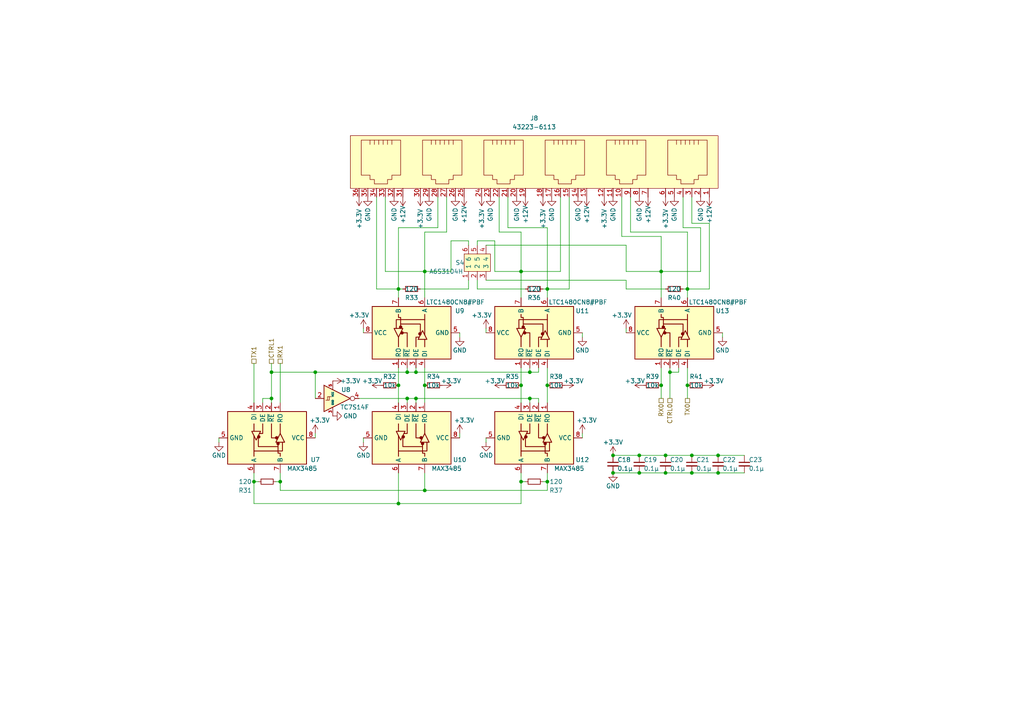
<source format=kicad_sch>
(kicad_sch (version 20211123) (generator eeschema)
  (paper "A4")
  (lib_symbols
    (symbol "74xGxx:SN74LVC1G14DBV"
      (property "Reference" "U" (at -2.54 5.08 0))
      (property "Value" "SN74LVC1G14DBV" (at 10.16 5.08 0))
      (symbol "SN74LVC1G14DBV_0_1"
        (polyline (pts (xy -1.016 0.508) (xy -0.508 0.508)))
        (polyline (pts (xy -2.54 3.81) (xy -2.54 -3.81) (xy 5.08 0) (xy -2.54 3.81)) (stroke (width 0.254)) (fill (type background)))
        (polyline (pts (xy -1.524 -0.508) (xy -1.524 0.508) (xy -1.016 0.508) (xy -1.016 -0.508) (xy -2.032 -0.508)))
        (circle (center 5.715 0) (radius 0.635))
      )
      (symbol "SN74LVC1G14DBV_1_1"
        (pin no_connect line (at 5.08 0 180) (length 2.54) hide (name "NC") (number "1"))
        (pin input line (at -5.08 0 0) (length 2.54) (name "~") (number "2"))
        (pin power_in line (at 0 -5.08 90) (length 2.54) (name "GND") (number "3"))
        (pin output line (at 7.62 0 180) (length 1.27) (name "~") (number "4"))
        (pin power_in line (at 0 5.08 270) (length 2.54) (name "VCC") (number "5"))
      )
    )
    (symbol "A6S-3104-H:A6S3104H" (pin_names (offset 0.762))
      (property "Reference" "S" (at 15.24 7.62 0))
      (property "Value" "A6S3104H" (at 15.24 5.08 0))
      (symbol "A6S3104H_0_0"
        (pin passive line (at 0 0 0) (length 2.54) (name "1") (number "1"))
        (pin passive line (at 0 -2.54 0) (length 2.54) (name "2") (number "2"))
        (pin passive line (at 0 -5.08 0) (length 2.54) (name "3") (number "3"))
        (pin passive line (at 10.16 -5.08 180) (length 2.54) (name "4") (number "4"))
        (pin passive line (at 10.16 -2.54 180) (length 2.54) (name "5") (number "5"))
        (pin passive line (at 10.16 0 180) (length 2.54) (name "6") (number "6"))
      )
      (symbol "A6S3104H_0_1"
        (rectangle (start 2.54 1.27) (end 7.62 -6.35) (stroke (width 0.1524)) (fill (type background)))
      )
    )
    (symbol "Device:C_Small" (pin_numbers hide) (pin_names (offset 0.254) hide)
      (property "Reference" "C" (at 0.254 1.778 0))
      (property "Value" "C_Small" (at 0.254 -2.032 0))
      (symbol "C_Small_0_1"
        (polyline (pts (xy -1.524 -0.508) (xy 1.524 -0.508)) (stroke (width 0.3302)))
        (polyline (pts (xy -1.524 0.508) (xy 1.524 0.508)) (stroke (width 0.3048)))
      )
      (symbol "C_Small_1_1"
        (pin passive line (at 0 2.54 270) (length 2.032) (name "~") (number "1"))
        (pin passive line (at 0 -2.54 90) (length 2.032) (name "~") (number "2"))
      )
    )
    (symbol "Device:R_Small" (pin_numbers hide) (pin_names (offset 0.254) hide)
      (property "Reference" "R" (at 0.762 0.508 0))
      (property "Value" "R_Small" (at 0.762 -1.016 0))
      (symbol "R_Small_0_1"
        (rectangle (start -0.762 1.778) (end 0.762 -1.778) (stroke (width 0.2032)))
      )
      (symbol "R_Small_1_1"
        (pin passive line (at 0 2.54 270) (length 0.762) (name "~") (number "1"))
        (pin passive line (at 0 -2.54 90) (length 0.762) (name "~") (number "2"))
      )
    )
    (symbol "Interface_UART:MAX3485"
      (property "Reference" "U" (at -6.096 11.43 0))
      (property "Value" "MAX3485" (at 0.762 11.43 0))
      (symbol "MAX3485_0_1"
        (rectangle (start -7.62 10.16) (end 7.62 -12.7) (stroke (width 0.254)) (fill (type background)))
        (circle (center -0.3048 -3.683) (radius 0.3556) (stroke (width 0.254)) (fill (type outline)))
        (circle (center -0.0254 1.4986) (radius 0.3556) (stroke (width 0.254)) (fill (type outline)))
        (polyline (pts (xy -4.064 -5.08) (xy -1.905 -5.08)) (stroke (width 0.254)))
        (polyline (pts (xy -4.064 2.54) (xy -1.27 2.54)) (stroke (width 0.254)))
        (polyline (pts (xy -1.27 -3.2004) (xy -1.27 -3.4544)) (stroke (width 0.254)))
        (polyline (pts (xy -0.635 -5.08) (xy 5.334 -5.08)) (stroke (width 0.254)))
        (polyline (pts (xy -4.064 -2.54) (xy -1.27 -2.54) (xy -1.27 -3.175)) (stroke (width 0.254)))
        (polyline (pts (xy 0 1.27) (xy 0 0) (xy -4.064 0)) (stroke (width 0.254)))
        (polyline (pts (xy 1.27 3.175) (xy 3.81 3.175) (xy 3.81 -5.08)) (stroke (width 0.254)))
        (polyline (pts (xy 2.54 1.905) (xy 2.54 -3.81) (xy 0 -3.81)) (stroke (width 0.254)))
        (polyline (pts (xy -1.905 -3.175) (xy -1.905 -5.715) (xy 0.635 -4.445) (xy -1.905 -3.175)) (stroke (width 0.254)))
        (polyline (pts (xy -1.27 2.54) (xy 1.27 3.81) (xy 1.27 1.27) (xy -1.27 2.54)) (stroke (width 0.254)))
        (polyline (pts (xy 1.905 1.905) (xy 4.445 1.905) (xy 4.445 2.54) (xy 5.334 2.54)) (stroke (width 0.254)))
        (rectangle (start 1.27 3.175) (end 1.27 3.175))
        (circle (center 1.651 1.905) (radius 0.3556) (stroke (width 0.254)) (fill (type outline)))
      )
      (symbol "MAX3485_1_1"
        (pin output line (at -10.16 2.54 0) (length 2.54) (name "RO") (number "1"))
        (pin input line (at -10.16 0 0) (length 2.54) (name "~{RE}") (number "2"))
        (pin input line (at -10.16 -2.54 0) (length 2.54) (name "DE") (number "3"))
        (pin input line (at -10.16 -5.08 0) (length 2.54) (name "DI") (number "4"))
        (pin power_in line (at 0 -15.24 90) (length 2.54) (name "GND") (number "5"))
        (pin bidirectional line (at 10.16 -5.08 180) (length 2.54) (name "A") (number "6"))
        (pin bidirectional line (at 10.16 2.54 180) (length 2.54) (name "B") (number "7"))
        (pin power_in line (at 0 12.7 270) (length 2.54) (name "VCC") (number "8"))
      )
    )
    (symbol "Interface_UART:MAX485E"
      (property "Reference" "U" (at -6.096 11.43 0))
      (property "Value" "MAX485E" (at 0.762 11.43 0))
      (symbol "MAX485E_0_1"
        (rectangle (start -7.62 10.16) (end 7.62 -12.7) (stroke (width 0.254)) (fill (type background)))
        (circle (center -0.3048 -3.683) (radius 0.3556) (stroke (width 0.254)) (fill (type outline)))
        (circle (center -0.0254 1.4986) (radius 0.3556) (stroke (width 0.254)) (fill (type outline)))
        (polyline (pts (xy -4.064 -5.08) (xy -1.905 -5.08)) (stroke (width 0.254)))
        (polyline (pts (xy -4.064 2.54) (xy -1.27 2.54)) (stroke (width 0.254)))
        (polyline (pts (xy -1.27 -3.2004) (xy -1.27 -3.4544)) (stroke (width 0.254)))
        (polyline (pts (xy -0.635 -5.08) (xy 5.334 -5.08)) (stroke (width 0.254)))
        (polyline (pts (xy -4.064 -2.54) (xy -1.27 -2.54) (xy -1.27 -3.175)) (stroke (width 0.254)))
        (polyline (pts (xy 0 1.27) (xy 0 0) (xy -4.064 0)) (stroke (width 0.254)))
        (polyline (pts (xy 1.27 3.175) (xy 3.81 3.175) (xy 3.81 -5.08)) (stroke (width 0.254)))
        (polyline (pts (xy 2.54 1.905) (xy 2.54 -3.81) (xy 0 -3.81)) (stroke (width 0.254)))
        (polyline (pts (xy -1.905 -3.175) (xy -1.905 -5.715) (xy 0.635 -4.445) (xy -1.905 -3.175)) (stroke (width 0.254)))
        (polyline (pts (xy -1.27 2.54) (xy 1.27 3.81) (xy 1.27 1.27) (xy -1.27 2.54)) (stroke (width 0.254)))
        (polyline (pts (xy 1.905 1.905) (xy 4.445 1.905) (xy 4.445 2.54) (xy 5.334 2.54)) (stroke (width 0.254)))
        (rectangle (start 1.27 3.175) (end 1.27 3.175))
        (circle (center 1.651 1.905) (radius 0.3556) (stroke (width 0.254)) (fill (type outline)))
      )
      (symbol "MAX485E_1_1"
        (pin output line (at -10.16 2.54 0) (length 2.54) (name "RO") (number "1"))
        (pin input line (at -10.16 0 0) (length 2.54) (name "~{RE}") (number "2"))
        (pin input line (at -10.16 -2.54 0) (length 2.54) (name "DE") (number "3"))
        (pin input line (at -10.16 -5.08 0) (length 2.54) (name "DI") (number "4"))
        (pin power_in line (at 0 -15.24 90) (length 2.54) (name "GND") (number "5"))
        (pin bidirectional line (at 10.16 -5.08 180) (length 2.54) (name "A") (number "6"))
        (pin bidirectional line (at 10.16 2.54 180) (length 2.54) (name "B") (number "7"))
        (pin power_in line (at 0 12.7 270) (length 2.54) (name "VCC") (number "8"))
      )
    )
    (symbol "Molex_6P6C_Right_Angle_TH_RJ11_Modular_Jack_Connector_6Ports:43223-6113"
      (property "Reference" "J" (at 0 11.43 0))
      (property "Value" "43223-6113" (at 0 8.89 0))
      (symbol "43223-6113_0_1"
        (rectangle (start -53.34 7.62) (end 53.34 -7.62) (stroke (width 0.1524)) (fill (type background)))
        (polyline (pts (xy -47.625 6.35) (xy -47.625 5.08) (xy -47.625 5.08)))
        (polyline (pts (xy -46.355 6.35) (xy -46.355 5.08) (xy -46.355 5.08)))
        (polyline (pts (xy -45.085 6.35) (xy -45.085 5.08) (xy -45.085 5.08)))
        (polyline (pts (xy -43.815 6.35) (xy -43.815 5.08) (xy -43.815 5.08)))
        (polyline (pts (xy -42.545 6.35) (xy -42.545 5.08) (xy -42.545 5.08)))
        (polyline (pts (xy -41.275 5.08) (xy -41.275 6.35) (xy -41.275 6.35)))
        (polyline (pts (xy -29.845 6.35) (xy -29.845 5.08) (xy -29.845 5.08)))
        (polyline (pts (xy -28.575 6.35) (xy -28.575 5.08) (xy -28.575 5.08)))
        (polyline (pts (xy -27.305 6.35) (xy -27.305 5.08) (xy -27.305 5.08)))
        (polyline (pts (xy -26.035 6.35) (xy -26.035 5.08) (xy -26.035 5.08)))
        (polyline (pts (xy -24.765 6.35) (xy -24.765 5.08) (xy -24.765 5.08)))
        (polyline (pts (xy -23.495 5.08) (xy -23.495 6.35) (xy -23.495 6.35)))
        (polyline (pts (xy -12.065 6.35) (xy -12.065 5.08) (xy -12.065 5.08)))
        (polyline (pts (xy -10.795 6.35) (xy -10.795 5.08) (xy -10.795 5.08)))
        (polyline (pts (xy -9.525 6.35) (xy -9.525 5.08) (xy -9.525 5.08)))
        (polyline (pts (xy -8.255 6.35) (xy -8.255 5.08) (xy -8.255 5.08)))
        (polyline (pts (xy -6.985 6.35) (xy -6.985 5.08) (xy -6.985 5.08)))
        (polyline (pts (xy -5.715 5.08) (xy -5.715 6.35) (xy -5.715 6.35)))
        (polyline (pts (xy 5.715 6.35) (xy 5.715 5.08) (xy 5.715 5.08)))
        (polyline (pts (xy 6.985 6.35) (xy 6.985 5.08) (xy 6.985 5.08)))
        (polyline (pts (xy 8.255 6.35) (xy 8.255 5.08) (xy 8.255 5.08)))
        (polyline (pts (xy 9.525 6.35) (xy 9.525 5.08) (xy 9.525 5.08)))
        (polyline (pts (xy 10.795 6.35) (xy 10.795 5.08) (xy 10.795 5.08)))
        (polyline (pts (xy 12.065 5.08) (xy 12.065 6.35) (xy 12.065 6.35)))
        (polyline (pts (xy 23.495 6.35) (xy 23.495 5.08) (xy 23.495 5.08)))
        (polyline (pts (xy 24.765 6.35) (xy 24.765 5.08) (xy 24.765 5.08)))
        (polyline (pts (xy 26.035 6.35) (xy 26.035 5.08) (xy 26.035 5.08)))
        (polyline (pts (xy 27.305 6.35) (xy 27.305 5.08) (xy 27.305 5.08)))
        (polyline (pts (xy 28.575 6.35) (xy 28.575 5.08) (xy 28.575 5.08)))
        (polyline (pts (xy 29.845 5.08) (xy 29.845 6.35) (xy 29.845 6.35)))
        (polyline (pts (xy 41.275 6.35) (xy 41.275 5.08) (xy 41.275 5.08)))
        (polyline (pts (xy 42.545 6.35) (xy 42.545 5.08) (xy 42.545 5.08)))
        (polyline (pts (xy 43.815 6.35) (xy 43.815 5.08) (xy 43.815 5.08)))
        (polyline (pts (xy 45.085 6.35) (xy 45.085 5.08) (xy 45.085 5.08)))
        (polyline (pts (xy 46.355 6.35) (xy 46.355 5.08) (xy 46.355 5.08)))
        (polyline (pts (xy 47.625 5.08) (xy 47.625 6.35) (xy 47.625 6.35)))
        (polyline (pts (xy -50.165 6.35) (xy -38.735 6.35) (xy -38.735 -3.81) (xy -41.275 -3.81) (xy -41.275 -5.08) (xy -42.545 -5.08) (xy -42.545 -6.35) (xy -46.355 -6.35) (xy -46.355 -5.08) (xy -47.625 -5.08) (xy -47.625 -3.81) (xy -50.165 -3.81) (xy -50.165 6.35) (xy -50.165 6.35)))
        (polyline (pts (xy -32.385 6.35) (xy -20.955 6.35) (xy -20.955 -3.81) (xy -23.495 -3.81) (xy -23.495 -5.08) (xy -24.765 -5.08) (xy -24.765 -6.35) (xy -28.575 -6.35) (xy -28.575 -5.08) (xy -29.845 -5.08) (xy -29.845 -3.81) (xy -32.385 -3.81) (xy -32.385 6.35) (xy -32.385 6.35)))
        (polyline (pts (xy -14.605 6.35) (xy -3.175 6.35) (xy -3.175 -3.81) (xy -5.715 -3.81) (xy -5.715 -5.08) (xy -6.985 -5.08) (xy -6.985 -6.35) (xy -10.795 -6.35) (xy -10.795 -5.08) (xy -12.065 -5.08) (xy -12.065 -3.81) (xy -14.605 -3.81) (xy -14.605 6.35) (xy -14.605 6.35)))
        (polyline (pts (xy 3.175 6.35) (xy 14.605 6.35) (xy 14.605 -3.81) (xy 12.065 -3.81) (xy 12.065 -5.08) (xy 10.795 -5.08) (xy 10.795 -6.35) (xy 6.985 -6.35) (xy 6.985 -5.08) (xy 5.715 -5.08) (xy 5.715 -3.81) (xy 3.175 -3.81) (xy 3.175 6.35) (xy 3.175 6.35)))
        (polyline (pts (xy 20.955 6.35) (xy 32.385 6.35) (xy 32.385 -3.81) (xy 29.845 -3.81) (xy 29.845 -5.08) (xy 28.575 -5.08) (xy 28.575 -6.35) (xy 24.765 -6.35) (xy 24.765 -5.08) (xy 23.495 -5.08) (xy 23.495 -3.81) (xy 20.955 -3.81) (xy 20.955 6.35) (xy 20.955 6.35)))
        (polyline (pts (xy 38.735 6.35) (xy 50.165 6.35) (xy 50.165 -3.81) (xy 47.625 -3.81) (xy 47.625 -5.08) (xy 46.355 -5.08) (xy 46.355 -6.35) (xy 42.545 -6.35) (xy 42.545 -5.08) (xy 41.275 -5.08) (xy 41.275 -3.81) (xy 38.735 -3.81) (xy 38.735 6.35) (xy 38.735 6.35)))
      )
      (symbol "43223-6113_1_1"
        (pin passive line (at -50.8 -10.16 90) (length 2.54) (name "~") (number "1"))
        (pin passive line (at -25.4 -10.16 90) (length 2.54) (name "~") (number "10"))
        (pin passive line (at -22.86 -10.16 90) (length 2.54) (name "~") (number "11"))
        (pin passive line (at -20.32 -10.16 90) (length 2.54) (name "~") (number "12"))
        (pin passive line (at -15.24 -10.16 90) (length 2.54) (name "~") (number "13"))
        (pin passive line (at -12.7 -10.16 90) (length 2.54) (name "~") (number "14"))
        (pin passive line (at -10.16 -10.16 90) (length 2.54) (name "~") (number "15"))
        (pin passive line (at -7.62 -10.16 90) (length 2.54) (name "~") (number "16"))
        (pin passive line (at -5.08 -10.16 90) (length 2.54) (name "~") (number "17"))
        (pin passive line (at -2.54 -10.16 90) (length 2.54) (name "~") (number "18"))
        (pin passive line (at 2.54 -10.16 90) (length 2.54) (name "~") (number "19"))
        (pin passive line (at -48.26 -10.16 90) (length 2.54) (name "~") (number "2"))
        (pin passive line (at 5.08 -10.16 90) (length 2.54) (name "~") (number "20"))
        (pin passive line (at 7.62 -10.16 90) (length 2.54) (name "~") (number "21"))
        (pin passive line (at 10.16 -10.16 90) (length 2.54) (name "~") (number "22"))
        (pin passive line (at 12.7 -10.16 90) (length 2.54) (name "~") (number "23"))
        (pin passive line (at 15.24 -10.16 90) (length 2.54) (name "~") (number "24"))
        (pin passive line (at 20.32 -10.16 90) (length 2.54) (name "~") (number "25"))
        (pin passive line (at 22.86 -10.16 90) (length 2.54) (name "~") (number "26"))
        (pin passive line (at 25.4 -10.16 90) (length 2.54) (name "~") (number "27"))
        (pin passive line (at 27.94 -10.16 90) (length 2.54) (name "~") (number "28"))
        (pin passive line (at 30.48 -10.16 90) (length 2.54) (name "~") (number "29"))
        (pin passive line (at -45.72 -10.16 90) (length 2.54) (name "~") (number "3"))
        (pin passive line (at 33.02 -10.16 90) (length 2.54) (name "~") (number "30"))
        (pin passive line (at 38.1 -10.16 90) (length 2.54) (name "~") (number "31"))
        (pin passive line (at 40.64 -10.16 90) (length 2.54) (name "~") (number "32"))
        (pin passive line (at 43.18 -10.16 90) (length 2.54) (name "~") (number "33"))
        (pin passive line (at 45.72 -10.16 90) (length 2.54) (name "~") (number "34"))
        (pin passive line (at 48.26 -10.16 90) (length 2.54) (name "~") (number "35"))
        (pin passive line (at 50.8 -10.16 90) (length 2.54) (name "~") (number "36"))
        (pin passive line (at -43.18 -10.16 90) (length 2.54) (name "~") (number "4"))
        (pin passive line (at -40.64 -10.16 90) (length 2.54) (name "~") (number "5"))
        (pin passive line (at -38.1 -10.16 90) (length 2.54) (name "~") (number "6"))
        (pin passive line (at -33.02 -10.16 90) (length 2.54) (name "~") (number "7"))
        (pin passive line (at -30.48 -10.16 90) (length 2.54) (name "~") (number "8"))
        (pin passive line (at -27.94 -10.16 90) (length 2.54) (name "~") (number "9"))
      )
    )
    (symbol "power:+12V" (power) (pin_names (offset 0))
      (property "Value" "+12V" (at 0 3.556 0))
      (symbol "+12V_0_1"
        (polyline (pts (xy -0.762 1.27) (xy 0 2.54)))
        (polyline (pts (xy 0 0) (xy 0 2.54)))
        (polyline (pts (xy 0 2.54) (xy 0.762 1.27)))
      )
      (symbol "+12V_1_1"
        (pin power_in line (at 0 0 90) (length 0) hide (name "+12V") (number "1"))
      )
    )
    (symbol "power:+3.3V" (power) (pin_names (offset 0))
      (property "Value" "+3.3V" (at 0 3.556 0))
      (symbol "+3.3V_0_1"
        (polyline (pts (xy -0.762 1.27) (xy 0 2.54)))
        (polyline (pts (xy 0 0) (xy 0 2.54)))
        (polyline (pts (xy 0 2.54) (xy 0.762 1.27)))
      )
      (symbol "+3.3V_1_1"
        (pin power_in line (at 0 0 90) (length 0) hide (name "+3.3V") (number "1"))
      )
    )
    (symbol "power:GND" (power) (pin_names (offset 0))
      (property "Value" "GND" (at 0 -3.81 0))
      (symbol "GND_0_1"
        (polyline (pts (xy 0 0) (xy 0 -1.27) (xy 1.27 -1.27) (xy 0 -2.54) (xy -1.27 -1.27) (xy 0 -1.27)))
      )
      (symbol "GND_1_1"
        (pin power_in line (at 0 0 270) (length 0) hide (name "GND") (number "1"))
      )
    )
  )
  (junction (at 78.74 107.95))
  (junction (at 191.77 78.74))
  (junction (at 193.04 132.08))
  (junction (at 177.8 137.16))
  (junction (at 191.77 111.76))
  (junction (at 120.65 115.57))
  (junction (at 153.67 107.95))
  (junction (at 151.13 78.74))
  (junction (at 208.28 137.16))
  (junction (at 194.31 107.95))
  (junction (at 193.04 137.16))
  (junction (at 185.42 137.16))
  (junction (at 185.42 132.08))
  (junction (at 123.19 78.74))
  (junction (at 200.66 137.16))
  (junction (at 158.75 139.7))
  (junction (at 199.39 111.76))
  (junction (at 200.66 132.08))
  (junction (at 158.75 111.76))
  (junction (at 91.44 107.95))
  (junction (at 123.19 142.24))
  (junction (at 115.57 111.76))
  (junction (at 115.57 83.82))
  (junction (at 118.11 107.95))
  (junction (at 177.8 132.08))
  (junction (at 78.74 115.57))
  (junction (at 81.28 139.7))
  (junction (at 158.75 83.82))
  (junction (at 118.11 115.57))
  (junction (at 115.57 146.05))
  (junction (at 151.13 111.76))
  (junction (at 199.39 83.82))
  (junction (at 123.19 111.76))
  (junction (at 208.28 132.08))
  (junction (at 153.67 115.57))
  (junction (at 120.65 107.95))
  (junction (at 151.13 139.7))
  (junction (at 73.66 139.7))
  (wire (pts (xy 208.28 132.08) (xy 215.9 132.08)))
  (wire (pts (xy 123.19 142.24) (xy 158.75 142.24)))
  (wire (pts (xy 123.19 78.74) (xy 130.81 78.74)))
  (wire (pts (xy 209.55 97.79) (xy 209.55 96.52)))
  (wire (pts (xy 196.85 106.68) (xy 196.85 107.95)))
  (wire (pts (xy 158.75 66.04) (xy 147.32 66.04)))
  (wire (pts (xy 80.01 139.7) (xy 81.28 139.7)))
  (wire (pts (xy 135.89 81.28) (xy 135.89 83.82)))
  (wire (pts (xy 140.97 81.28) (xy 181.61 81.28)))
  (wire (pts (xy 157.48 139.7) (xy 158.75 139.7)))
  (wire (pts (xy 168.91 97.79) (xy 168.91 96.52)))
  (wire (pts (xy 193.04 137.16) (xy 200.66 137.16)))
  (wire (pts (xy 118.11 115.57) (xy 120.65 115.57)))
  (wire (pts (xy 158.75 83.82) (xy 165.1 83.82)))
  (wire (pts (xy 144.78 57.15) (xy 144.78 67.31)))
  (wire (pts (xy 198.12 57.15) (xy 198.12 66.04)))
  (wire (pts (xy 138.43 69.85) (xy 138.43 71.12)))
  (wire (pts (xy 181.61 71.12) (xy 181.61 78.74)))
  (wire (pts (xy 158.75 111.76) (xy 158.75 116.84)))
  (wire (pts (xy 158.75 106.68) (xy 158.75 111.76)))
  (wire (pts (xy 182.88 57.15) (xy 182.88 67.31)))
  (wire (pts (xy 158.75 86.36) (xy 158.75 83.82)))
  (wire (pts (xy 191.77 78.74) (xy 191.77 86.36)))
  (wire (pts (xy 130.81 78.74) (xy 130.81 69.85)))
  (wire (pts (xy 121.92 83.82) (xy 135.89 83.82)))
  (wire (pts (xy 198.12 66.04) (xy 203.2 66.04)))
  (wire (pts (xy 91.44 107.95) (xy 78.74 107.95)))
  (wire (pts (xy 76.2 116.84) (xy 76.2 115.57)))
  (wire (pts (xy 81.28 142.24) (xy 123.19 142.24)))
  (wire (pts (xy 129.54 57.15) (xy 129.54 67.31)))
  (wire (pts (xy 199.39 83.82) (xy 199.39 67.31)))
  (wire (pts (xy 133.35 125.73) (xy 133.35 127)))
  (wire (pts (xy 158.75 83.82) (xy 158.75 66.04)))
  (wire (pts (xy 135.89 69.85) (xy 135.89 71.12)))
  (wire (pts (xy 199.39 86.36) (xy 199.39 83.82)))
  (wire (pts (xy 73.66 146.05) (xy 115.57 146.05)))
  (wire (pts (xy 158.75 137.16) (xy 158.75 139.7)))
  (wire (pts (xy 143.51 78.74) (xy 151.13 78.74)))
  (wire (pts (xy 200.66 64.77) (xy 205.74 64.77)))
  (wire (pts (xy 120.65 107.95) (xy 118.11 107.95)))
  (wire (pts (xy 123.19 106.68) (xy 123.19 111.76)))
  (wire (pts (xy 203.2 78.74) (xy 191.77 78.74)))
  (wire (pts (xy 153.67 107.95) (xy 120.65 107.95)))
  (wire (pts (xy 193.04 132.08) (xy 200.66 132.08)))
  (wire (pts (xy 115.57 83.82) (xy 109.22 83.82)))
  (wire (pts (xy 140.97 71.12) (xy 181.61 71.12)))
  (wire (pts (xy 123.19 78.74) (xy 123.19 86.36)))
  (wire (pts (xy 115.57 66.04) (xy 127 66.04)))
  (wire (pts (xy 177.8 137.16) (xy 185.42 137.16)))
  (wire (pts (xy 151.13 78.74) (xy 151.13 86.36)))
  (wire (pts (xy 203.2 66.04) (xy 203.2 78.74)))
  (wire (pts (xy 115.57 137.16) (xy 115.57 146.05)))
  (wire (pts (xy 120.65 115.57) (xy 120.65 116.84)))
  (wire (pts (xy 111.76 78.74) (xy 123.19 78.74)))
  (wire (pts (xy 156.21 107.95) (xy 153.67 107.95)))
  (wire (pts (xy 115.57 83.82) (xy 115.57 66.04)))
  (wire (pts (xy 191.77 68.58) (xy 180.34 68.58)))
  (wire (pts (xy 200.66 137.16) (xy 208.28 137.16)))
  (wire (pts (xy 153.67 106.68) (xy 153.67 107.95)))
  (wire (pts (xy 63.5 128.27) (xy 63.5 127)))
  (wire (pts (xy 120.65 106.68) (xy 120.65 107.95)))
  (wire (pts (xy 151.13 67.31) (xy 144.78 67.31)))
  (wire (pts (xy 191.77 106.68) (xy 191.77 111.76)))
  (wire (pts (xy 115.57 146.05) (xy 151.13 146.05)))
  (wire (pts (xy 138.43 81.28) (xy 138.43 83.82)))
  (wire (pts (xy 140.97 95.25) (xy 140.97 96.52)))
  (wire (pts (xy 91.44 125.73) (xy 91.44 127)))
  (wire (pts (xy 157.48 83.82) (xy 158.75 83.82)))
  (wire (pts (xy 78.74 115.57) (xy 78.74 107.95)))
  (wire (pts (xy 162.56 78.74) (xy 151.13 78.74)))
  (wire (pts (xy 158.75 139.7) (xy 158.75 142.24)))
  (wire (pts (xy 118.11 106.68) (xy 118.11 107.95)))
  (wire (pts (xy 151.13 139.7) (xy 151.13 146.05)))
  (wire (pts (xy 138.43 83.82) (xy 152.4 83.82)))
  (wire (pts (xy 81.28 139.7) (xy 81.28 142.24)))
  (wire (pts (xy 151.13 78.74) (xy 151.13 67.31)))
  (wire (pts (xy 205.74 64.77) (xy 205.74 83.82)))
  (wire (pts (xy 123.19 111.76) (xy 123.19 116.84)))
  (wire (pts (xy 194.31 115.57) (xy 194.31 107.95)))
  (wire (pts (xy 143.51 69.85) (xy 143.51 78.74)))
  (wire (pts (xy 73.66 137.16) (xy 73.66 139.7)))
  (wire (pts (xy 162.56 57.15) (xy 162.56 78.74)))
  (wire (pts (xy 127 57.15) (xy 127 66.04)))
  (wire (pts (xy 153.67 115.57) (xy 153.67 116.84)))
  (wire (pts (xy 147.32 57.15) (xy 147.32 66.04)))
  (wire (pts (xy 115.57 111.76) (xy 115.57 116.84)))
  (wire (pts (xy 151.13 106.68) (xy 151.13 111.76)))
  (wire (pts (xy 181.61 95.25) (xy 181.61 96.52)))
  (wire (pts (xy 105.41 95.25) (xy 105.41 96.52)))
  (wire (pts (xy 123.19 67.31) (xy 123.19 78.74)))
  (wire (pts (xy 138.43 69.85) (xy 143.51 69.85)))
  (wire (pts (xy 73.66 105.41) (xy 73.66 116.84)))
  (wire (pts (xy 91.44 107.95) (xy 118.11 107.95)))
  (wire (pts (xy 76.2 115.57) (xy 78.74 115.57)))
  (wire (pts (xy 199.39 111.76) (xy 199.39 115.57)))
  (wire (pts (xy 177.8 132.08) (xy 185.42 132.08)))
  (wire (pts (xy 208.28 137.16) (xy 215.9 137.16)))
  (wire (pts (xy 111.76 57.15) (xy 111.76 78.74)))
  (wire (pts (xy 153.67 115.57) (xy 156.21 115.57)))
  (wire (pts (xy 104.14 115.57) (xy 118.11 115.57)))
  (wire (pts (xy 120.65 115.57) (xy 153.67 115.57)))
  (wire (pts (xy 78.74 105.41) (xy 78.74 107.95)))
  (wire (pts (xy 123.19 137.16) (xy 123.19 142.24)))
  (wire (pts (xy 81.28 105.41) (xy 81.28 116.84)))
  (wire (pts (xy 200.66 57.15) (xy 200.66 64.77)))
  (wire (pts (xy 191.77 111.76) (xy 191.77 115.57)))
  (wire (pts (xy 180.34 57.15) (xy 180.34 68.58)))
  (wire (pts (xy 73.66 139.7) (xy 73.66 146.05)))
  (wire (pts (xy 105.41 128.27) (xy 105.41 127)))
  (wire (pts (xy 196.85 107.95) (xy 194.31 107.95)))
  (wire (pts (xy 200.66 132.08) (xy 208.28 132.08)))
  (wire (pts (xy 185.42 137.16) (xy 193.04 137.16)))
  (wire (pts (xy 199.39 83.82) (xy 205.74 83.82)))
  (wire (pts (xy 181.61 83.82) (xy 193.04 83.82)))
  (wire (pts (xy 123.19 67.31) (xy 129.54 67.31)))
  (wire (pts (xy 191.77 78.74) (xy 191.77 68.58)))
  (wire (pts (xy 198.12 83.82) (xy 199.39 83.82)))
  (wire (pts (xy 181.61 81.28) (xy 181.61 83.82)))
  (wire (pts (xy 168.91 125.73) (xy 168.91 127)))
  (wire (pts (xy 185.42 132.08) (xy 193.04 132.08)))
  (wire (pts (xy 151.13 139.7) (xy 152.4 139.7)))
  (wire (pts (xy 133.35 97.79) (xy 133.35 96.52)))
  (wire (pts (xy 130.81 69.85) (xy 135.89 69.85)))
  (wire (pts (xy 91.44 107.95) (xy 91.44 115.57)))
  (wire (pts (xy 165.1 57.15) (xy 165.1 83.82)))
  (wire (pts (xy 140.97 128.27) (xy 140.97 127)))
  (wire (pts (xy 81.28 137.16) (xy 81.28 139.7)))
  (wire (pts (xy 194.31 106.68) (xy 194.31 107.95)))
  (wire (pts (xy 151.13 137.16) (xy 151.13 139.7)))
  (wire (pts (xy 73.66 139.7) (xy 74.93 139.7)))
  (wire (pts (xy 115.57 106.68) (xy 115.57 111.76)))
  (wire (pts (xy 199.39 106.68) (xy 199.39 111.76)))
  (wire (pts (xy 156.21 106.68) (xy 156.21 107.95)))
  (wire (pts (xy 109.22 57.15) (xy 109.22 83.82)))
  (wire (pts (xy 115.57 83.82) (xy 116.84 83.82)))
  (wire (pts (xy 181.61 78.74) (xy 191.77 78.74)))
  (wire (pts (xy 199.39 67.31) (xy 182.88 67.31)))
  (wire (pts (xy 118.11 115.57) (xy 118.11 116.84)))
  (wire (pts (xy 78.74 115.57) (xy 78.74 116.84)))
  (wire (pts (xy 115.57 86.36) (xy 115.57 83.82)))
  (wire (pts (xy 151.13 111.76) (xy 151.13 116.84)))
  (wire (pts (xy 156.21 115.57) (xy 156.21 116.84)))
  (hierarchical_label "CTRL0" (shape passive) (at 194.31 115.57 270))
  (hierarchical_label "TX1" (shape passive) (at 73.66 105.41 90))
  (hierarchical_label "RX1" (shape passive) (at 81.28 105.41 90))
  (hierarchical_label "RX0" (shape passive) (at 191.77 115.57 270))
  (hierarchical_label "TX0" (shape passive) (at 199.39 115.57 270))
  (hierarchical_label "CTRL1" (shape passive) (at 78.74 105.41 90))
  (symbol (lib_id "power:+3.3V") (at 177.8 132.08 0) (unit 1)
    (property "Reference" "#PWR0105" (effects hide))
    (property "Value" "+3.3V" (at 177.8 128.27 0))
  )
  (symbol (lib_id "power:+12V") (at 187.96 57.15 180) (unit 1)
    (property "Reference" "#PWR0110" (effects hide))
    (property "Value" "+12V" (at 187.96 62.23 90))
  )
  (symbol (lib_id "Device:C_Small") (at 200.66 134.62 0) (unit 1)
    (property "Reference" "C21" (at 201.93 133.35 0) (effects (justify left)))
    (property "Value" "0.1μ" (at 201.93 135.89 0) (effects (justify left)))
    (property "Footprint" "Capacitor_SMD:C_0603_1608Metric_Pad1.08x0.95mm_HandSolder" (effects hide))
  )
  (symbol (lib_id "Device:R_Small") (at 154.94 83.82 90) (unit 1)
    (property "Reference" "R36" (at 154.94 86.36 90))
    (property "Value" "120" (at 154.94 83.82 90))
    (property "Footprint" "Resistor_SMD:R_0603_1608Metric_Pad0.98x0.95mm_HandSolder" (effects hide))
  )
  (symbol (lib_id "power:+3.3V") (at 104.14 57.15 180) (unit 1)
    (property "Reference" "#PWR075" (effects hide))
    (property "Value" "+3.3V" (at 104.14 63.5 90))
  )
  (symbol (lib_id "power:GND") (at 140.97 128.27 0) (unit 1)
    (property "Reference" "#PWR091" (effects hide))
    (property "Value" "GND" (at 140.97 132.08 0))
  )
  (symbol (lib_id "power:GND") (at 96.52 120.65 90) (unit 1)
    (property "Reference" "#PWR074" (effects hide))
    (property "Value" "GND" (at 101.6 120.65 90))
  )
  (symbol (lib_id "power:GND") (at 133.35 97.79 0) (unit 1)
    (property "Reference" "#PWR086" (effects hide))
    (property "Value" "GND" (at 133.35 101.6 0))
  )
  (symbol (lib_id "Molex_6P6C_Right_Angle_TH_RJ11_Modular_Jack_Connector_6Ports:43223-6113") (at 154.94 46.99 0) (mirror y) (unit 1)
    (property "Reference" "J8" (at 154.94 34.29 0))
    (property "Value" "43223-6113" (at 154.94 36.83 0))
    (property "Footprint" "Molex_6P6C_Right_Angle_TH_RJ11_Modular_Jack_Connector_6Ports:Molex_6P6C_Right_Angle_TH_RJ11_Modular_Jack_Connector" (effects hide))
  )
  (symbol (lib_id "Device:R_Small") (at 119.38 83.82 90) (unit 1)
    (property "Reference" "R33" (at 119.38 86.36 90))
    (property "Value" "120" (at 119.38 83.82 90))
    (property "Footprint" "Resistor_SMD:R_0603_1608Metric_Pad0.98x0.95mm_HandSolder" (effects hide))
  )
  (symbol (lib_id "power:+3.3V") (at 128.27 111.76 270) (unit 1)
    (property "Reference" "#PWR084" (effects hide))
    (property "Value" "+3.3V" (at 130.81 110.49 90))
  )
  (symbol (lib_id "power:GND") (at 132.08 57.15 0) (unit 1)
    (property "Reference" "#PWR085" (effects hide))
    (property "Value" "GND" (at 132.08 62.23 90))
  )
  (symbol (lib_id "Interface_UART:MAX485E") (at 194.31 96.52 90) (unit 1)
    (property "Reference" "U13" (at 209.55 90.17 90))
    (property "Value" "LTC1480CN8#PBF" (at 208.28 87.63 90))
    (property "Footprint" "Package_DIP:DIP-8_W7.62mm_LongPads" (effects hide))
    (property "Datasheet" "https://datasheets.maximintegrated.com/en/ds/MAX1487E-MAX491E.pdf" (effects hide))
  )
  (symbol (lib_id "power:+3.3V") (at 193.04 57.15 180) (unit 1)
    (property "Reference" "#PWR0111" (effects hide))
    (property "Value" "+3.3V" (at 193.04 63.5 90))
  )
  (symbol (lib_id "power:+12V") (at 134.62 57.15 180) (unit 1)
    (property "Reference" "#PWR088" (effects hide))
    (property "Value" "+12V" (at 134.62 62.23 90))
  )
  (symbol (lib_id "power:+3.3V") (at 157.48 57.15 180) (unit 1)
    (property "Reference" "#PWR096" (effects hide))
    (property "Value" "+3.3V" (at 157.48 63.5 90))
  )
  (symbol (lib_id "Device:R_Small") (at 113.03 111.76 270) (mirror x) (unit 1)
    (property "Reference" "R32" (at 113.03 109.22 90))
    (property "Value" "10k" (at 113.03 111.76 90))
    (property "Footprint" "Resistor_SMD:R_0603_1608Metric_Pad0.98x0.95mm_HandSolder" (effects hide))
  )
  (symbol (lib_id "Device:R_Small") (at 195.58 83.82 90) (unit 1)
    (property "Reference" "R40" (at 195.58 86.36 90))
    (property "Value" "120" (at 195.58 83.82 90))
    (property "Footprint" "Resistor_SMD:R_0603_1608Metric_Pad0.98x0.95mm_HandSolder" (effects hide))
  )
  (symbol (lib_id "Device:R_Small") (at 77.47 139.7 90) (unit 1)
    (property "Reference" "R31" (at 71.12 142.24 90))
    (property "Value" "120" (at 71.12 139.7 90))
    (property "Footprint" "Resistor_SMD:R_0603_1608Metric_Pad0.98x0.95mm_HandSolder" (effects hide))
  )
  (symbol (lib_id "Interface_UART:MAX485E") (at 153.67 96.52 90) (unit 1)
    (property "Reference" "U11" (at 168.91 90.17 90))
    (property "Value" "LTC1480CN8#PBF" (at 167.64 87.63 90))
    (property "Footprint" "Package_DIP:DIP-8_W7.62mm_LongPads" (effects hide))
    (property "Datasheet" "https://datasheets.maximintegrated.com/en/ds/MAX1487E-MAX491E.pdf" (effects hide))
  )
  (symbol (lib_id "Device:C_Small") (at 215.9 134.62 0) (unit 1)
    (property "Reference" "C23" (at 217.17 133.35 0) (effects (justify left)))
    (property "Value" "0.1μ" (at 217.17 135.89 0) (effects (justify left)))
    (property "Footprint" "Capacitor_SMD:C_0603_1608Metric_Pad1.08x0.95mm_HandSolder" (effects hide))
  )
  (symbol (lib_id "power:GND") (at 124.46 57.15 0) (unit 1)
    (property "Reference" "#PWR083" (effects hide))
    (property "Value" "GND" (at 124.46 62.23 90))
  )
  (symbol (lib_id "power:+3.3V") (at 163.83 111.76 270) (unit 1)
    (property "Reference" "#PWR098" (effects hide))
    (property "Value" "+3.3V" (at 166.37 110.49 90))
  )
  (symbol (lib_id "power:GND") (at 160.02 57.15 0) (unit 1)
    (property "Reference" "#PWR097" (effects hide))
    (property "Value" "GND" (at 160.02 62.23 90))
  )
  (symbol (lib_id "power:GND") (at 209.55 97.79 0) (unit 1)
    (property "Reference" "#PWR0116" (effects hide))
    (property "Value" "GND" (at 209.55 101.6 0))
  )
  (symbol (lib_id "power:GND") (at 203.2 57.15 0) (unit 1)
    (property "Reference" "#PWR0113" (effects hide))
    (property "Value" "GND" (at 203.2 62.23 90))
  )
  (symbol (lib_id "power:+3.3V") (at 133.35 125.73 0) (unit 1)
    (property "Reference" "#PWR087" (effects hide))
    (property "Value" "+3.3V" (at 134.62 121.92 0))
  )
  (symbol (lib_id "power:GND") (at 168.91 97.79 0) (unit 1)
    (property "Reference" "#PWR0100" (effects hide))
    (property "Value" "GND" (at 168.91 101.6 0))
  )
  (symbol (lib_id "power:GND") (at 177.8 137.16 0) (unit 1)
    (property "Reference" "#PWR0106" (effects hide))
    (property "Value" "GND" (at 177.8 140.97 0))
  )
  (symbol (lib_id "power:+12V") (at 170.18 57.15 180) (unit 1)
    (property "Reference" "#PWR0102" (effects hide))
    (property "Value" "+12V" (at 170.18 62.23 90))
  )
  (symbol (lib_id "power:+3.3V") (at 181.61 95.25 0) (unit 1)
    (property "Reference" "#PWR0107" (effects hide))
    (property "Value" "+3.3V" (at 180.34 91.44 0))
  )
  (symbol (lib_id "power:+3.3V") (at 121.92 57.15 180) (unit 1)
    (property "Reference" "#PWR082" (effects hide))
    (property "Value" "+3.3V" (at 121.92 63.5 90))
  )
  (symbol (lib_id "power:+12V") (at 116.84 57.15 180) (unit 1)
    (property "Reference" "#PWR081" (effects hide))
    (property "Value" "+12V" (at 116.84 62.23 90))
  )
  (symbol (lib_id "Device:R_Small") (at 201.93 111.76 90) (unit 1)
    (property "Reference" "R41" (at 201.93 109.22 90))
    (property "Value" "10k" (at 201.93 111.76 90))
    (property "Footprint" "Resistor_SMD:R_0603_1608Metric_Pad0.98x0.95mm_HandSolder" (effects hide))
  )
  (symbol (lib_id "power:+3.3V") (at 175.26 57.15 180) (unit 1)
    (property "Reference" "#PWR0103" (effects hide))
    (property "Value" "+3.3V" (at 175.26 63.5 90))
  )
  (symbol (lib_id "Device:R_Small") (at 125.73 111.76 90) (unit 1)
    (property "Reference" "R34" (at 125.73 109.22 90))
    (property "Value" "10k" (at 125.73 111.76 90))
    (property "Footprint" "Resistor_SMD:R_0603_1608Metric_Pad0.98x0.95mm_HandSolder" (effects hide))
  )
  (symbol (lib_id "Device:R_Small") (at 154.94 139.7 90) (unit 1)
    (property "Reference" "R37" (at 161.29 142.24 90))
    (property "Value" "120" (at 161.29 139.7 90))
    (property "Footprint" "Resistor_SMD:R_0603_1608Metric_Pad0.98x0.95mm_HandSolder" (effects hide))
  )
  (symbol (lib_id "power:GND") (at 105.41 128.27 0) (unit 1)
    (property "Reference" "#PWR077" (effects hide))
    (property "Value" "GND" (at 105.41 132.08 0))
  )
  (symbol (lib_id "Device:R_Small") (at 148.59 111.76 270) (mirror x) (unit 1)
    (property "Reference" "R35" (at 148.59 109.22 90))
    (property "Value" "10k" (at 148.59 111.76 90))
    (property "Footprint" "Resistor_SMD:R_0603_1608Metric_Pad0.98x0.95mm_HandSolder" (effects hide))
  )
  (symbol (lib_id "Device:C_Small") (at 177.8 134.62 0) (unit 1)
    (property "Reference" "C18" (at 179.07 133.35 0) (effects (justify left)))
    (property "Value" "0.1μ" (at 179.07 135.89 0) (effects (justify left)))
    (property "Footprint" "Capacitor_SMD:C_0603_1608Metric_Pad1.08x0.95mm_HandSolder" (effects hide))
  )
  (symbol (lib_id "power:GND") (at 149.86 57.15 0) (unit 1)
    (property "Reference" "#PWR094" (effects hide))
    (property "Value" "GND" (at 149.86 62.23 90))
  )
  (symbol (lib_id "power:+3.3V") (at 96.52 110.49 270) (unit 1)
    (property "Reference" "#PWR073" (effects hide))
    (property "Value" "+3.3V" (at 101.6 110.49 90))
  )
  (symbol (lib_id "Interface_UART:MAX3485") (at 156.21 127 270) (unit 1)
    (property "Reference" "U12" (at 168.91 133.35 90))
    (property "Value" "MAX3485" (at 165.1 135.89 90))
    (property "Footprint" "MAX3485ECSA:MAX3485ECSA" (effects hide))
    (property "Datasheet" "https://datasheets.maximintegrated.com/en/ds/MAX3483-MAX3491.pdf" (effects hide))
  )
  (symbol (lib_id "power:+12V") (at 152.4 57.15 180) (unit 1)
    (property "Reference" "#PWR095" (effects hide))
    (property "Value" "+12V" (at 152.4 62.23 90))
  )
  (symbol (lib_id "power:GND") (at 106.68 57.15 0) (unit 1)
    (property "Reference" "#PWR078" (effects hide))
    (property "Value" "GND" (at 106.68 62.23 90))
  )
  (symbol (lib_id "Interface_UART:MAX3485") (at 120.65 127 270) (unit 1)
    (property "Reference" "U10" (at 133.35 133.35 90))
    (property "Value" "MAX3485" (at 129.54 135.89 90))
    (property "Footprint" "MAX3485ECSA:MAX3485ECSA" (effects hide))
    (property "Datasheet" "https://datasheets.maximintegrated.com/en/ds/MAX3483-MAX3491.pdf" (effects hide))
  )
  (symbol (lib_id "power:GND") (at 177.8 57.15 0) (unit 1)
    (property "Reference" "#PWR0104" (effects hide))
    (property "Value" "GND" (at 177.8 62.23 90))
  )
  (symbol (lib_id "Interface_UART:MAX485E") (at 118.11 96.52 90) (unit 1)
    (property "Reference" "U9" (at 133.35 90.17 90))
    (property "Value" "LTC1480CN8#PBF" (at 132.08 87.63 90))
    (property "Footprint" "Package_DIP:DIP-8_W7.62mm_LongPads" (effects hide))
    (property "Datasheet" "https://datasheets.maximintegrated.com/en/ds/MAX1487E-MAX491E.pdf" (effects hide))
  )
  (symbol (lib_id "Device:C_Small") (at 193.04 134.62 0) (unit 1)
    (property "Reference" "C20" (at 194.31 133.35 0) (effects (justify left)))
    (property "Value" "0.1μ" (at 194.31 135.89 0) (effects (justify left)))
    (property "Footprint" "Capacitor_SMD:C_0603_1608Metric_Pad1.08x0.95mm_HandSolder" (effects hide))
  )
  (symbol (lib_id "power:+3.3V") (at 140.97 95.25 0) (unit 1)
    (property "Reference" "#PWR090" (effects hide))
    (property "Value" "+3.3V" (at 139.7 91.44 0))
  )
  (symbol (lib_id "power:+3.3V") (at 186.69 111.76 90) (mirror x) (unit 1)
    (property "Reference" "#PWR0109" (effects hide))
    (property "Value" "+3.3V" (at 184.15 110.49 90))
  )
  (symbol (lib_id "power:+12V") (at 205.74 57.15 180) (unit 1)
    (property "Reference" "#PWR0115" (effects hide))
    (property "Value" "+12V" (at 205.74 62.23 90))
  )
  (symbol (lib_id "Interface_UART:MAX3485") (at 78.74 127 270) (unit 1)
    (property "Reference" "U7" (at 91.44 133.35 90))
    (property "Value" "MAX3485" (at 87.63 135.89 90))
    (property "Footprint" "MAX3485ECSA:MAX3485ECSA" (effects hide))
    (property "Datasheet" "https://datasheets.maximintegrated.com/en/ds/MAX3483-MAX3491.pdf" (effects hide))
  )
  (symbol (lib_id "power:+3.3V") (at 139.7 57.15 180) (unit 1)
    (property "Reference" "#PWR089" (effects hide))
    (property "Value" "+3.3V" (at 139.7 63.5 90))
  )
  (symbol (lib_id "power:+3.3V") (at 91.44 125.73 0) (unit 1)
    (property "Reference" "#PWR072" (effects hide))
    (property "Value" "+3.3V" (at 92.71 121.92 0))
  )
  (symbol (lib_id "power:GND") (at 142.24 57.15 0) (unit 1)
    (property "Reference" "#PWR092" (effects hide))
    (property "Value" "GND" (at 142.24 62.23 90))
  )
  (symbol (lib_id "power:+3.3V") (at 168.91 125.73 0) (unit 1)
    (property "Reference" "#PWR0101" (effects hide))
    (property "Value" "+3.3V" (at 170.18 121.92 0))
  )
  (symbol (lib_id "Device:C_Small") (at 185.42 134.62 0) (unit 1)
    (property "Reference" "C19" (at 186.69 133.35 0) (effects (justify left)))
    (property "Value" "0.1μ" (at 186.69 135.89 0) (effects (justify left)))
    (property "Footprint" "Capacitor_SMD:C_0603_1608Metric_Pad1.08x0.95mm_HandSolder" (effects hide))
  )
  (symbol (lib_id "power:+3.3V") (at 204.47 111.76 270) (unit 1)
    (property "Reference" "#PWR0114" (effects hide))
    (property "Value" "+3.3V" (at 207.01 110.49 90))
  )
  (symbol (lib_id "Device:C_Small") (at 208.28 134.62 0) (unit 1)
    (property "Reference" "C22" (at 209.55 133.35 0) (effects (justify left)))
    (property "Value" "0.1μ" (at 209.55 135.89 0) (effects (justify left)))
    (property "Footprint" "Capacitor_SMD:C_0603_1608Metric_Pad1.08x0.95mm_HandSolder" (effects hide))
  )
  (symbol (lib_id "74xGxx:SN74LVC1G14DBV") (at 96.52 115.57 0) (unit 1)
    (property "Reference" "U8" (at 100.33 113.03 0))
    (property "Value" "TC7S14F" (at 102.87 118.11 0))
    (property "Footprint" "TC7S14F:TC7S14F" (effects hide))
    (property "Datasheet" "http://www.ti.com/lit/ds/symlink/sn74lvc1g14.pdf" (effects hide))
  )
  (symbol (lib_id "power:+3.3V") (at 146.05 111.76 90) (mirror x) (unit 1)
    (property "Reference" "#PWR093" (effects hide))
    (property "Value" "+3.3V" (at 143.51 110.49 90))
  )
  (symbol (lib_id "power:GND") (at 114.3 57.15 0) (unit 1)
    (property "Reference" "#PWR080" (effects hide))
    (property "Value" "GND" (at 114.3 62.23 90))
  )
  (symbol (lib_id "power:GND") (at 167.64 57.15 0) (unit 1)
    (property "Reference" "#PWR099" (effects hide))
    (property "Value" "GND" (at 167.64 62.23 90))
  )
  (symbol (lib_id "power:GND") (at 195.58 57.15 0) (unit 1)
    (property "Reference" "#PWR0112" (effects hide))
    (property "Value" "GND" (at 195.58 62.23 90))
  )
  (symbol (lib_id "Device:R_Small") (at 161.29 111.76 90) (unit 1)
    (property "Reference" "R38" (at 161.29 109.22 90))
    (property "Value" "10k" (at 161.29 111.76 90))
    (property "Footprint" "Resistor_SMD:R_0603_1608Metric_Pad0.98x0.95mm_HandSolder" (effects hide))
  )
  (symbol (lib_id "power:+3.3V") (at 105.41 95.25 0) (unit 1)
    (property "Reference" "#PWR076" (effects hide))
    (property "Value" "+3.3V" (at 104.14 91.44 0))
  )
  (symbol (lib_id "Device:R_Small") (at 189.23 111.76 270) (mirror x) (unit 1)
    (property "Reference" "R39" (at 189.23 109.22 90))
    (property "Value" "10k" (at 189.23 111.76 90))
    (property "Footprint" "Resistor_SMD:R_0603_1608Metric_Pad0.98x0.95mm_HandSolder" (effects hide))
  )
  (symbol (lib_id "power:GND") (at 63.5 128.27 0) (unit 1)
    (property "Reference" "#PWR071" (effects hide))
    (property "Value" "GND" (at 63.5 132.08 0))
  )
  (symbol (lib_id "A6S-3104-H:A6S3104H") (at 135.89 81.28 90) (unit 1)
    (property "Reference" "S4" (at 132.08 76.2 90) (effects (justify right)))
    (property "Value" "A6S3104H" (at 124.46 78.74 90) (effects (justify right)))
    (property "Footprint" "A6S-3104-H:A6S-3104-H" (effects hide))
    (property "Datasheet" "http://www.farnell.com/datasheets/2340746.pdf" (effects hide))
    (property "Description" "OMRON ELECTRONIC COMPONENTS - A6S3104H - SWITCH, DIP, RAISED ACTUATOR, 3 WAY" (effects hide))
    (property "Height" "3.8" (effects hide))
    (property "Manufacturer_Name" "Omron Electronics" (effects hide))
    (property "Manufacturer_Part_Number" "A6S3104H" (effects hide))
    (property "Arrow Part Number" "A6S3104H" (effects hide))
    (property "Arrow Price/Stock" "https://www.arrow.com/en/products/a6s3104h/omron" (effects hide))
  )
  (symbol (lib_id "power:+3.3V") (at 110.49 111.76 90) (mirror x) (unit 1)
    (property "Reference" "#PWR079" (effects hide))
    (property "Value" "+3.3V" (at 107.95 110.49 90))
  )
  (symbol (lib_id "power:GND") (at 185.42 57.15 0) (unit 1)
    (property "Reference" "#PWR0108" (effects hide))
    (property "Value" "GND" (at 185.42 62.23 90))
  )
)
</source>
